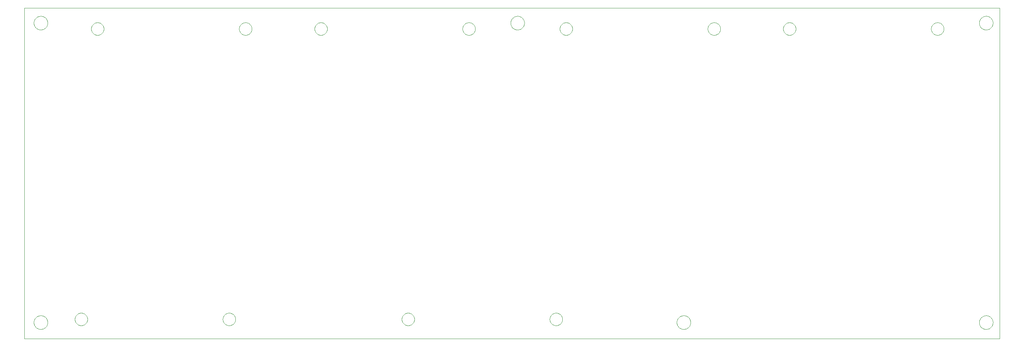
<source format=gm1>
G04 Output by ViewMate Deluxe V11.0.9  PentaLogix LLC*
G04 Mon Sep 14 11:20:41 2015*
%FSLAX33Y33*%
%MOMM*%
%IPPOS*%
%ADD113C,0.0*%

%LPD*%
X0Y0D2*D113*G1X10871Y80328D2*X10876Y80200D1*X10892Y80074*X10917Y79949*X10952Y79827*X10996Y79708*X11049Y79593*X11112Y79482*X11184Y79378*X11265Y79278*X11351Y79184*X11445Y79098*X11547Y79022*X11654Y78953*X11765Y78892*X11882Y78839*X12002Y78798*X12123Y78765*X12250Y78743*X12375Y78730*X12504Y78727*X12631Y78735*X12756Y78753*X12880Y78781*X13002Y78819*X13119Y78864*X13233Y78920*X13343Y78986*X13447Y79060*X13546Y79141*X13637Y79230*X13719Y79327*X13795Y79428*X13863Y79538*X13922Y79649*X13970Y79766*X14011Y79888*X14041Y80013*X14061Y80137*X14072Y80264*X14072Y80391*X14061Y80518*X14041Y80642*X14011Y80767*X13970Y80889*X13922Y81006*X13863Y81117*X13795Y81227*X13719Y81328*X13637Y81425*X13546Y81514*X13447Y81595*X13343Y81669*X13233Y81735*X13119Y81791*X13002Y81836*X12880Y81874*X12756Y81902*X12631Y81920*X12504Y81928*X12375Y81925*X12250Y81912*X12123Y81890*X12002Y81857*X11882Y81816*X11765Y81763*X11654Y81702*X11547Y81633*X11445Y81557*X11351Y81470*X11265Y81377*X11184Y81277*X11112Y81173*X11049Y81062*X10996Y80947*X10952Y80828*X10917Y80706*X10892Y80582*X10876Y80454*X10871Y80328*X24232Y78956D2*X24237Y78834D1*X24252Y78715*X24277Y78595*X24310Y78478*X24356Y78364*X24409Y78255*X24470Y78151*X24541Y78052*X24620Y77958*X24707Y77871*X24801Y77793*X24900Y77721*X25004Y77660*X25113Y77607*X25227Y77561*X25344Y77528*X25464Y77503*X25583Y77488*X25705Y77483*X25827Y77488*X25946Y77503*X26065Y77528*X26182Y77561*X26297Y77607*X26406Y77660*X26510Y77721*X26609Y77793*X26703Y77871*X26789Y77958*X26868Y78052*X26939Y78151*X27000Y78255*X27054Y78364*X27099Y78478*X27132Y78595*X27158Y78715*X27173Y78834*X27178Y78956*X27173Y79078*X27158Y79197*X27132Y79317*X27099Y79433*X27054Y79548*X27000Y79657*X26939Y79761*X26868Y79860*X26789Y79954*X26703Y80040*X26609Y80119*X26510Y80190*X26406Y80251*X26297Y80305*X26182Y80350*X26065Y80383*X25946Y80409*X25827Y80424*X25705Y80429*X25583Y80424*X25464Y80409*X25344Y80383*X25227Y80350*X25113Y80305*X25004Y80251*X24900Y80190*X24801Y80119*X24707Y80040*X24620Y79954*X24541Y79860*X24470Y79761*X24409Y79657*X24356Y79548*X24310Y79433*X24277Y79317*X24252Y79197*X24237Y79078*X24232Y78956*X58725Y78956D2*X58730Y78834D1*X58745Y78715*X58771Y78595*X58804Y78478*X58849Y78364*X58903Y78255*X58964Y78151*X59035Y78052*X59113Y77958*X59200Y77871*X59294Y77793*X59393Y77721*X59497Y77660*X59606Y77607*X59720Y77561*X59837Y77528*X59957Y77503*X60076Y77488*X60198Y77483*X60320Y77488*X60439Y77503*X60559Y77528*X60676Y77561*X60790Y77607*X60899Y77660*X61003Y77721*X61102Y77793*X61196Y77871*X61283Y77958*X61361Y78052*X61432Y78151*X61493Y78255*X61547Y78364*X61592Y78478*X61625Y78595*X61651Y78715*X61666Y78834*X61671Y78956*X61666Y79078*X61651Y79197*X61625Y79317*X61592Y79433*X61547Y79548*X61493Y79657*X61432Y79761*X61361Y79860*X61283Y79954*X61196Y80040*X61102Y80119*X61003Y80190*X60899Y80251*X60790Y80305*X60676Y80350*X60559Y80383*X60439Y80409*X60320Y80424*X60198Y80429*X60076Y80424*X59957Y80409*X59837Y80383*X59720Y80350*X59606Y80305*X59497Y80251*X59393Y80190*X59294Y80119*X59200Y80040*X59113Y79954*X59035Y79860*X58964Y79761*X58903Y79657*X58849Y79548*X58804Y79433*X58771Y79317*X58745Y79197*X58730Y79078*X58725Y78956*X76302Y78956D2*X76307Y78834D1*X76322Y78715*X76347Y78595*X76380Y78478*X76426Y78364*X76479Y78255*X76540Y78151*X76611Y78052*X76690Y77958*X76777Y77871*X76871Y77793*X76970Y77721*X77074Y77660*X77183Y77607*X77297Y77561*X77414Y77528*X77534Y77503*X77653Y77488*X77775Y77483*X77897Y77488*X78016Y77503*X78135Y77528*X78252Y77561*X78367Y77607*X78476Y77660*X78580Y77721*X78679Y77793*X78773Y77871*X78859Y77958*X78938Y78052*X79009Y78151*X79070Y78255*X79124Y78364*X79169Y78478*X79202Y78595*X79228Y78715*X79243Y78834*X79248Y78956*X79243Y79078*X79228Y79197*X79202Y79317*X79169Y79433*X79124Y79548*X79070Y79657*X79009Y79761*X78938Y79860*X78859Y79954*X78773Y80040*X78679Y80119*X78580Y80190*X78476Y80251*X78367Y80305*X78252Y80350*X78135Y80383*X78016Y80409*X77897Y80424*X77775Y80429*X77653Y80424*X77534Y80409*X77414Y80383*X77297Y80350*X77183Y80305*X77074Y80251*X76970Y80190*X76871Y80119*X76777Y80040*X76690Y79954*X76611Y79860*X76540Y79761*X76479Y79657*X76426Y79548*X76380Y79433*X76347Y79317*X76322Y79197*X76307Y79078*X76302Y78956*X110795Y78956D2*X110800Y78834D1*X110815Y78715*X110841Y78595*X110874Y78478*X110919Y78364*X110973Y78255*X111034Y78151*X111105Y78052*X111183Y77958*X111270Y77871*X111364Y77793*X111463Y77721*X111567Y77660*X111676Y77607*X111790Y77561*X111907Y77528*X112027Y77503*X112146Y77488*X112268Y77483*X112390Y77488*X112509Y77503*X112629Y77528*X112746Y77561*X112860Y77607*X112969Y77660*X113073Y77721*X113172Y77793*X113266Y77871*X113353Y77958*X113431Y78052*X113502Y78151*X113563Y78255*X113617Y78364*X113662Y78478*X113695Y78595*X113721Y78715*X113736Y78834*X113741Y78956*X113736Y79078*X113721Y79197*X113695Y79317*X113662Y79433*X113617Y79548*X113563Y79657*X113502Y79761*X113431Y79860*X113353Y79954*X113266Y80040*X113172Y80119*X113073Y80190*X112969Y80251*X112860Y80305*X112746Y80350*X112629Y80383*X112509Y80409*X112390Y80424*X112268Y80429*X112146Y80424*X112027Y80409*X111907Y80383*X111790Y80350*X111676Y80305*X111567Y80251*X111463Y80190*X111364Y80119*X111270Y80040*X111183Y79954*X111105Y79860*X111034Y79761*X110973Y79657*X110919Y79548*X110874Y79433*X110841Y79317*X110815Y79197*X110800Y79078*X110795Y78956*X121996Y80328D2*X122001Y80200D1*X122017Y80074*X122042Y79949*X122077Y79827*X122121Y79708*X122174Y79593*X122238Y79482*X122309Y79378*X122390Y79278*X122476Y79184*X122570Y79098*X122672Y79022*X122779Y78953*X122890Y78892*X123007Y78839*X123126Y78798*X123248Y78765*X123375Y78743*X123500Y78730*X123629Y78727*X123756Y78735*X123881Y78753*X124005Y78781*X124127Y78819*X124244Y78864*X124358Y78920*X124468Y78986*X124572Y79060*X124671Y79141*X124762Y79230*X124844Y79327*X124920Y79428*X124988Y79538*X125047Y79649*X125095Y79766*X125136Y79888*X125166Y80013*X125186Y80137*X125197Y80264*X125197Y80391*X125186Y80518*X125166Y80642*X125136Y80767*X125095Y80889*X125047Y81006*X124988Y81117*X124920Y81227*X124844Y81328*X124762Y81425*X124671Y81514*X124572Y81595*X124468Y81669*X124358Y81735*X124244Y81791*X124127Y81836*X124005Y81874*X123881Y81902*X123756Y81920*X123629Y81928*X123500Y81925*X123375Y81912*X123248Y81890*X123126Y81857*X123007Y81816*X122890Y81763*X122779Y81702*X122672Y81633*X122570Y81557*X122476Y81470*X122390Y81377*X122309Y81277*X122238Y81173*X122174Y81062*X122121Y80947*X122077Y80828*X122042Y80706*X122017Y80582*X122001Y80454*X121996Y80328*X133452Y78956D2*X133457Y78834D1*X133472Y78715*X133497Y78595*X133530Y78478*X133576Y78364*X133629Y78255*X133690Y78151*X133761Y78052*X133840Y77958*X133927Y77871*X134021Y77793*X134120Y77721*X134224Y77660*X134333Y77607*X134447Y77561*X134564Y77528*X134684Y77503*X134803Y77488*X134925Y77483*X135047Y77488*X135166Y77503*X135285Y77528*X135402Y77561*X135517Y77607*X135626Y77660*X135730Y77721*X135829Y77793*X135923Y77871*X136009Y77958*X136088Y78052*X136159Y78151*X136220Y78255*X136274Y78364*X136319Y78478*X136352Y78595*X136378Y78715*X136393Y78834*X136398Y78956*X136393Y79078*X136378Y79197*X136352Y79317*X136319Y79433*X136274Y79548*X136220Y79657*X136159Y79761*X136088Y79860*X136009Y79954*X135923Y80040*X135829Y80119*X135730Y80190*X135626Y80251*X135517Y80305*X135402Y80350*X135285Y80383*X135166Y80409*X135047Y80424*X134925Y80429*X134803Y80424*X134684Y80409*X134564Y80383*X134447Y80350*X134333Y80305*X134224Y80251*X134120Y80190*X134021Y80119*X133927Y80040*X133840Y79954*X133761Y79860*X133690Y79761*X133629Y79657*X133576Y79548*X133530Y79433*X133497Y79317*X133472Y79197*X133457Y79078*X133452Y78956*X167945Y78956D2*X167950Y78834D1*X167965Y78715*X167991Y78595*X168024Y78478*X168069Y78364*X168123Y78255*X168184Y78151*X168255Y78052*X168333Y77958*X168420Y77871*X168514Y77793*X168613Y77721*X168717Y77660*X168826Y77607*X168940Y77561*X169057Y77528*X169177Y77503*X169296Y77488*X169418Y77483*X169540Y77488*X169659Y77503*X169779Y77528*X169896Y77561*X170010Y77607*X170119Y77660*X170223Y77721*X170322Y77793*X170416Y77871*X170503Y77958*X170581Y78052*X170652Y78151*X170713Y78255*X170767Y78364*X170812Y78478*X170845Y78595*X170871Y78715*X170886Y78834*X170891Y78956*X170886Y79078*X170871Y79197*X170845Y79317*X170812Y79433*X170767Y79548*X170713Y79657*X170652Y79761*X170581Y79860*X170503Y79954*X170416Y80040*X170322Y80119*X170223Y80190*X170119Y80251*X170010Y80305*X169896Y80350*X169779Y80383*X169659Y80409*X169540Y80424*X169418Y80429*X169296Y80424*X169177Y80409*X169057Y80383*X168940Y80350*X168826Y80305*X168717Y80251*X168613Y80190*X168514Y80119*X168420Y80040*X168333Y79954*X168255Y79860*X168184Y79761*X168123Y79657*X168069Y79548*X168024Y79433*X167991Y79317*X167965Y79197*X167950Y79078*X167945Y78956*X185522Y78956D2*X185527Y78834D1*X185542Y78715*X185567Y78595*X185600Y78478*X185646Y78364*X185699Y78255*X185760Y78151*X185831Y78052*X185910Y77958*X185997Y77871*X186091Y77793*X186190Y77721*X186294Y77660*X186403Y77607*X186517Y77561*X186634Y77528*X186754Y77503*X186873Y77488*X186995Y77483*X187117Y77488*X187236Y77503*X187355Y77528*X187472Y77561*X187587Y77607*X187696Y77660*X187800Y77721*X187899Y77793*X187993Y77871*X188079Y77958*X188158Y78052*X188229Y78151*X188290Y78255*X188344Y78364*X188389Y78478*X188422Y78595*X188448Y78715*X188463Y78834*X188468Y78956*X188463Y79078*X188448Y79197*X188422Y79317*X188389Y79433*X188344Y79548*X188290Y79657*X188229Y79761*X188158Y79860*X188079Y79954*X187993Y80040*X187899Y80119*X187800Y80190*X187696Y80251*X187587Y80305*X187472Y80350*X187355Y80383*X187236Y80409*X187117Y80424*X186995Y80429*X186873Y80424*X186754Y80409*X186634Y80383*X186517Y80350*X186403Y80305*X186294Y80251*X186190Y80190*X186091Y80119*X185997Y80040*X185910Y79954*X185831Y79860*X185760Y79761*X185699Y79657*X185646Y79548*X185600Y79433*X185567Y79317*X185542Y79197*X185527Y79078*X185522Y78956*X231216Y80328D2*X231221Y80200D1*X231237Y80074*X231262Y79949*X231297Y79827*X231341Y79708*X231394Y79593*X231458Y79482*X231529Y79378*X231610Y79278*X231696Y79184*X231790Y79098*X231892Y79022*X231999Y78953*X232110Y78892*X232227Y78839*X232346Y78798*X232468Y78765*X232595Y78743*X232720Y78730*X232849Y78727*X232976Y78735*X233101Y78753*X233225Y78781*X233347Y78819*X233464Y78864*X233578Y78920*X233688Y78986*X233792Y79060*X233891Y79141*X233982Y79230*X234064Y79327*X234140Y79428*X234208Y79538*X234267Y79649*X234315Y79766*X234356Y79888*X234386Y80013*X234406Y80137*X234417Y80264*X234417Y80391*X234406Y80518*X234386Y80642*X234356Y80767*X234315Y80889*X234267Y81006*X234208Y81117*X234140Y81227*X234064Y81328*X233982Y81425*X233891Y81514*X233792Y81595*X233688Y81669*X233578Y81735*X233464Y81791*X233347Y81836*X233225Y81874*X233101Y81902*X232976Y81920*X232849Y81928*X232720Y81925*X232595Y81912*X232468Y81890*X232346Y81857*X232227Y81816*X232110Y81763*X231999Y81702*X231892Y81633*X231790Y81557*X231696Y81470*X231610Y81377*X231529Y81277*X231458Y81173*X231394Y81062*X231341Y80947*X231297Y80828*X231262Y80706*X231237Y80582*X231221Y80454*X231216Y80328*X220015Y78956D2*X220020Y78834D1*X220035Y78715*X220061Y78595*X220094Y78478*X220139Y78364*X220193Y78255*X220254Y78151*X220325Y78052*X220403Y77958*X220490Y77871*X220584Y77793*X220683Y77721*X220787Y77660*X220896Y77607*X221010Y77561*X221127Y77528*X221247Y77503*X221366Y77488*X221488Y77483*X221610Y77488*X221729Y77503*X221849Y77528*X221966Y77561*X222080Y77607*X222189Y77660*X222293Y77721*X222392Y77793*X222486Y77871*X222573Y77958*X222651Y78052*X222722Y78151*X222783Y78255*X222837Y78364*X222882Y78478*X222915Y78595*X222941Y78715*X222956Y78834*X222961Y78956*X222956Y79078*X222941Y79197*X222915Y79317*X222882Y79433*X222837Y79548*X222783Y79657*X222722Y79761*X222651Y79860*X222573Y79954*X222486Y80040*X222392Y80119*X222293Y80190*X222189Y80251*X222080Y80305*X221966Y80350*X221849Y80383*X221729Y80409*X221610Y80424*X221488Y80429*X221366Y80424*X221247Y80409*X221127Y80383*X221010Y80350*X220896Y80305*X220787Y80251*X220683Y80190*X220584Y80119*X220490Y80040*X220403Y79954*X220325Y79860*X220254Y79761*X220193Y79657*X220139Y79548*X220094Y79433*X220061Y79317*X220035Y79197*X220020Y79078*X220015Y78956*X231216Y10478D2*X231221Y10350D1*X231237Y10224*X231262Y10099*X231297Y9977*X231341Y9858*X231394Y9743*X231458Y9632*X231529Y9528*X231610Y9428*X231696Y9334*X231790Y9248*X231892Y9172*X231999Y9103*X232110Y9042*X232227Y8989*X232346Y8948*X232468Y8915*X232595Y8893*X232720Y8880*X232849Y8877*X232976Y8885*X233101Y8903*X233225Y8931*X233347Y8969*X233464Y9014*X233578Y9070*X233688Y9136*X233792Y9210*X233891Y9291*X233982Y9380*X234064Y9477*X234140Y9578*X234208Y9688*X234267Y9799*X234315Y9916*X234356Y10038*X234386Y10163*X234406Y10287*X234417Y10414*X234417Y10541*X234406Y10668*X234386Y10792*X234356Y10917*X234315Y11039*X234267Y11156*X234208Y11267*X234140Y11377*X234064Y11478*X233982Y11575*X233891Y11664*X233792Y11745*X233688Y11819*X233578Y11885*X233464Y11941*X233347Y11986*X233225Y12024*X233101Y12052*X232976Y12070*X232849Y12078*X232720Y12075*X232595Y12062*X232468Y12040*X232346Y12007*X232227Y11966*X232110Y11913*X231999Y11852*X231892Y11783*X231790Y11707*X231696Y11620*X231610Y11527*X231529Y11427*X231458Y11323*X231394Y11212*X231341Y11097*X231297Y10978*X231262Y10856*X231237Y10732*X231221Y10604*X231216Y10478*X160731Y10478D2*X160736Y10350D1*X160752Y10224*X160777Y10099*X160812Y9977*X160856Y9858*X160909Y9743*X160972Y9632*X161044Y9528*X161125Y9428*X161211Y9334*X161305Y9248*X161407Y9172*X161514Y9103*X161625Y9042*X161742Y8989*X161862Y8948*X161983Y8915*X162110Y8893*X162235Y8880*X162364Y8877*X162491Y8885*X162616Y8903*X162740Y8931*X162862Y8969*X162979Y9014*X163093Y9070*X163203Y9136*X163307Y9210*X163406Y9291*X163497Y9380*X163579Y9477*X163655Y9578*X163723Y9688*X163782Y9799*X163830Y9916*X163871Y10038*X163901Y10163*X163921Y10287*X163932Y10414*X163932Y10541*X163921Y10668*X163901Y10792*X163871Y10917*X163830Y11039*X163782Y11156*X163723Y11267*X163655Y11377*X163579Y11478*X163497Y11575*X163406Y11664*X163307Y11745*X163203Y11819*X163093Y11885*X162979Y11941*X162862Y11986*X162740Y12024*X162616Y12052*X162491Y12070*X162364Y12078*X162235Y12075*X162110Y12062*X161983Y12040*X161862Y12007*X161742Y11966*X161625Y11913*X161514Y11852*X161407Y11783*X161305Y11707*X161211Y11620*X161125Y11527*X161044Y11427*X160972Y11323*X160909Y11212*X160856Y11097*X160812Y10978*X160777Y10856*X160752Y10732*X160736Y10604*X160731Y10478*X131115Y11214D2*X131120Y11092D1*X131135Y10973*X131161Y10853*X131194Y10737*X131239Y10622*X131293Y10513*X131354Y10409*X131425Y10310*X131503Y10216*X131590Y10130*X131684Y10051*X131783Y9980*X131887Y9919*X131996Y9865*X132110Y9820*X132227Y9787*X132347Y9761*X132466Y9746*X132588Y9741*X132710Y9746*X132829Y9761*X132949Y9787*X133066Y9820*X133180Y9865*X133289Y9919*X133393Y9980*X133492Y10051*X133586Y10130*X133673Y10216*X133751Y10310*X133822Y10409*X133883Y10513*X133937Y10622*X133982Y10737*X134015Y10853*X134041Y10973*X134056Y11092*X134061Y11214*X134056Y11336*X134041Y11455*X134015Y11575*X133982Y11692*X133937Y11806*X133883Y11915*X133822Y12019*X133751Y12118*X133673Y12212*X133586Y12299*X133492Y12377*X133393Y12449*X133289Y12510*X133180Y12563*X133066Y12609*X132949Y12642*X132829Y12667*X132710Y12682*X132588Y12687*X132466Y12682*X132347Y12667*X132227Y12642*X132110Y12609*X131996Y12563*X131887Y12510*X131783Y12449*X131684Y12377*X131590Y12299*X131503Y12212*X131425Y12118*X131354Y12019*X131293Y11915*X131239Y11806*X131194Y11692*X131161Y11575*X131135Y11455*X131120Y11336*X131115Y11214*X96622Y11214D2*X96627Y11092D1*X96642Y10973*X96667Y10853*X96700Y10737*X96746Y10622*X96799Y10513*X96860Y10409*X96931Y10310*X97010Y10216*X97097Y10130*X97191Y10051*X97290Y9980*X97394Y9919*X97503Y9865*X97617Y9820*X97734Y9787*X97854Y9761*X97973Y9746*X98095Y9741*X98217Y9746*X98336Y9761*X98455Y9787*X98572Y9820*X98687Y9865*X98796Y9919*X98900Y9980*X98999Y10051*X99093Y10130*X99179Y10216*X99258Y10310*X99329Y10409*X99390Y10513*X99444Y10622*X99489Y10737*X99522Y10853*X99548Y10973*X99563Y11092*X99568Y11214*X99563Y11336*X99548Y11455*X99522Y11575*X99489Y11692*X99444Y11806*X99390Y11915*X99329Y12019*X99258Y12118*X99179Y12212*X99093Y12299*X98999Y12377*X98900Y12449*X98796Y12510*X98687Y12563*X98572Y12609*X98455Y12642*X98336Y12667*X98217Y12682*X98095Y12687*X97973Y12682*X97854Y12667*X97734Y12642*X97617Y12609*X97503Y12563*X97394Y12510*X97290Y12449*X97191Y12377*X97097Y12299*X97010Y12212*X96931Y12118*X96860Y12019*X96799Y11915*X96746Y11806*X96700Y11692*X96667Y11575*X96642Y11455*X96627Y11336*X96622Y11214*X54915Y11214D2*X54920Y11092D1*X54935Y10973*X54961Y10853*X54994Y10737*X55039Y10622*X55093Y10513*X55154Y10409*X55225Y10310*X55303Y10216*X55390Y10130*X55484Y10051*X55583Y9980*X55687Y9919*X55796Y9865*X55910Y9820*X56027Y9787*X56147Y9761*X56266Y9746*X56388Y9741*X56510Y9746*X56629Y9761*X56749Y9787*X56866Y9820*X56980Y9865*X57089Y9919*X57193Y9980*X57292Y10051*X57386Y10130*X57473Y10216*X57551Y10310*X57622Y10409*X57683Y10513*X57737Y10622*X57782Y10737*X57815Y10853*X57841Y10973*X57856Y11092*X57861Y11214*X57856Y11336*X57841Y11455*X57815Y11575*X57782Y11692*X57737Y11806*X57683Y11915*X57622Y12019*X57551Y12118*X57473Y12212*X57386Y12299*X57292Y12377*X57193Y12449*X57089Y12510*X56980Y12563*X56866Y12609*X56749Y12642*X56629Y12667*X56510Y12682*X56388Y12687*X56266Y12682*X56147Y12667*X56027Y12642*X55910Y12609*X55796Y12563*X55687Y12510*X55583Y12449*X55484Y12377*X55390Y12299*X55303Y12212*X55225Y12118*X55154Y12019*X55093Y11915*X55039Y11806*X54994Y11692*X54961Y11575*X54935Y11455*X54920Y11336*X54915Y11214*X20422Y11214D2*X20427Y11092D1*X20442Y10973*X20467Y10853*X20500Y10737*X20546Y10622*X20599Y10513*X20660Y10409*X20731Y10310*X20810Y10216*X20897Y10130*X20991Y10051*X21090Y9980*X21194Y9919*X21303Y9865*X21417Y9820*X21534Y9787*X21654Y9761*X21773Y9746*X21895Y9741*X22017Y9746*X22136Y9761*X22255Y9787*X22372Y9820*X22487Y9865*X22596Y9919*X22700Y9980*X22799Y10051*X22893Y10130*X22979Y10216*X23058Y10310*X23129Y10409*X23190Y10513*X23244Y10622*X23289Y10737*X23322Y10853*X23348Y10973*X23363Y11092*X23368Y11214*X23363Y11336*X23348Y11455*X23322Y11575*X23289Y11692*X23244Y11806*X23190Y11915*X23129Y12019*X23058Y12118*X22979Y12212*X22893Y12299*X22799Y12377*X22700Y12449*X22596Y12510*X22487Y12563*X22372Y12609*X22255Y12642*X22136Y12667*X22017Y12682*X21895Y12687*X21773Y12682*X21654Y12667*X21534Y12642*X21417Y12609*X21303Y12563*X21194Y12510*X21090Y12449*X20991Y12377*X20897Y12299*X20810Y12212*X20731Y12118*X20660Y12019*X20599Y11915*X20546Y11806*X20500Y11692*X20467Y11575*X20442Y11455*X20427Y11336*X20422Y11214*X10871Y10478D2*X10876Y10350D1*X10892Y10224*X10917Y10099*X10952Y9977*X10996Y9858*X11049Y9743*X11112Y9632*X11184Y9528*X11265Y9428*X11351Y9334*X11445Y9248*X11547Y9172*X11654Y9103*X11765Y9042*X11882Y8989*X12002Y8948*X12123Y8915*X12250Y8893*X12375Y8880*X12504Y8877*X12631Y8885*X12756Y8903*X12880Y8931*X13002Y8969*X13119Y9014*X13233Y9070*X13343Y9136*X13447Y9210*X13546Y9291*X13637Y9380*X13719Y9477*X13795Y9578*X13863Y9688*X13922Y9799*X13970Y9916*X14011Y10038*X14041Y10163*X14061Y10287*X14072Y10414*X14072Y10541*X14061Y10668*X14041Y10792*X14011Y10917*X13970Y11039*X13922Y11156*X13863Y11267*X13795Y11377*X13719Y11478*X13637Y11575*X13546Y11664*X13447Y11745*X13343Y11819*X13233Y11885*X13119Y11941*X13002Y11986*X12880Y12024*X12756Y12052*X12631Y12070*X12504Y12078*X12375Y12075*X12250Y12062*X12123Y12040*X12002Y12007*X11882Y11966*X11765Y11913*X11654Y11852*X11547Y11783*X11445Y11707*X11351Y11620*X11265Y11527*X11184Y11427*X11112Y11323*X11049Y11212*X10996Y11097*X10952Y10978*X10917Y10856*X10892Y10732*X10876Y10604*X10871Y10478*X8661Y6668D2*X235971Y6668D1*X235971Y83807*X8661Y83807*X8661Y6668*X0Y0D2*M02*
</source>
